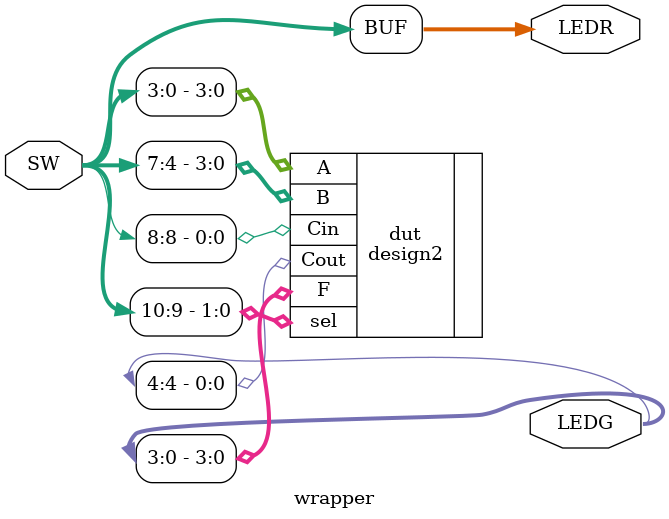
<source format=sv>
module wrapper (
  input logic [10:0] SW,
  output logic [10:0] LEDR,
  output logic [4:0] LEDG
);

design2 dut (
  .sel(SW[10:9]),
  .A(SW[3:0]),
  .B(SW[7:4]),
  .Cin(SW[8]),
  .Cout(LEDG[4]),
  .F(LEDG[3:0])
);

assign LEDR = SW;

endmodule: wrapper

</source>
